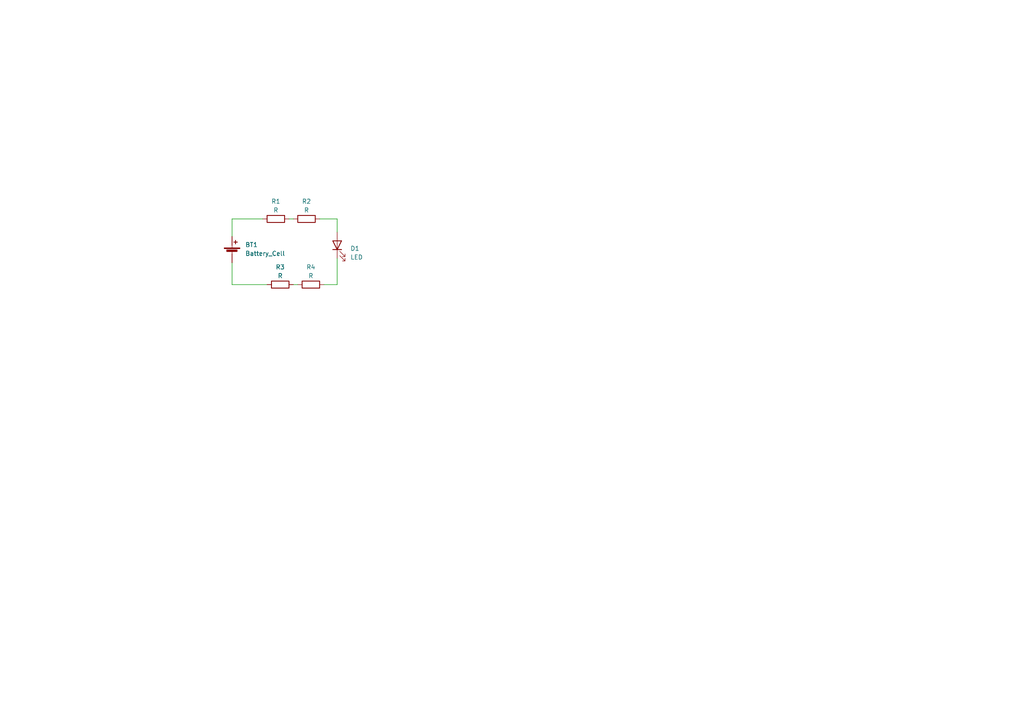
<source format=kicad_sch>
(kicad_sch (version 20230121) (generator eeschema)
  (paper "A4")
  (lib_symbols
    (symbol "Device:Battery_Cell" (pin_numbers hide) (pin_names (offset 0) hide)
      (property "Reference" "BT" (at 2.54 2.54 0))
      (property "Value" "Battery_Cell" (at 2.54 0 0))
      (symbol "Battery_Cell_0_1"
        (rectangle (start -2.286 1.778) (end 2.286 1.524) (fill (type outline)))
        (rectangle (start -1.5748 1.1938) (end 1.4732 0.6858) (fill (type outline)))
        (polyline (pts (xy 0 0.762) (xy 0 0)))
        (polyline (pts (xy 0 1.778) (xy 0 2.54)))
        (polyline (pts (xy 0.508 3.429) (xy 1.524 3.429)) (stroke (width 0.254)))
        (polyline (pts (xy 1.016 3.937) (xy 1.016 2.921)) (stroke (width 0.254)))
      )
      (symbol "Battery_Cell_1_1"
        (pin passive line (at 0 5.08 270) (length 2.54) (name "+") (number "1"))
        (pin passive line (at 0 -2.54 90) (length 2.54) (name "-") (number "2"))
      )
    )
    (symbol "Device:LED" (pin_numbers hide) (pin_names (offset 1.016) hide)
      (property "Reference" "D" (at 0 2.54 0))
      (property "Value" "LED" (at 0 -2.54 0))
      (symbol "LED_0_1"
        (polyline (pts (xy -1.27 -1.27) (xy -1.27 1.27)) (stroke (width 0.254)))
        (polyline (pts (xy -1.27 0) (xy 1.27 0)))
        (polyline (pts (xy 1.27 -1.27) (xy 1.27 1.27) (xy -1.27 0) (xy 1.27 -1.27)) (stroke (width 0.254)))
        (polyline (pts (xy -3.048 -0.762) (xy -4.572 -2.286) (xy -3.81 -2.286) (xy -4.572 -2.286) (xy -4.572 -1.524)))
        (polyline (pts (xy -1.778 -0.762) (xy -3.302 -2.286) (xy -2.54 -2.286) (xy -3.302 -2.286) (xy -3.302 -1.524)))
      )
      (symbol "LED_1_1"
        (pin passive line (at -3.81 0 0) (length 2.54) (name "K") (number "1"))
        (pin passive line (at 3.81 0 180) (length 2.54) (name "A") (number "2"))
      )
    )
    (symbol "Device:R" (pin_numbers hide) (pin_names (offset 0))
      (property "Reference" "R" (at 2.032 0 90))
      (property "Value" "R" (at 0 0 90))
      (symbol "R_0_1"
        (rectangle (start -1.016 -2.54) (end 1.016 2.54) (stroke (width 0.254)))
      )
      (symbol "R_1_1"
        (pin passive line (at 0 3.81 270) (length 1.27) (name "~") (number "1"))
        (pin passive line (at 0 -3.81 90) (length 1.27) (name "~") (number "2"))
      )
    )
  )
  (wire (pts (xy 92.71 63.5) (xy 97.79 63.5)))
  (wire (pts (xy 97.79 74.93) (xy 97.79 82.55)))
  (wire (pts (xy 93.98 82.55) (xy 97.79 82.55)))
  (wire (pts (xy 67.31 63.5) (xy 67.31 68.58)))
  (wire (pts (xy 67.31 76.2) (xy 67.31 82.55)))
  (wire (pts (xy 76.2 63.5) (xy 67.31 63.5)))
  (wire (pts (xy 85.09 82.55) (xy 86.36 82.55)))
  (wire (pts (xy 67.31 82.55) (xy 77.47 82.55)))
  (wire (pts (xy 83.82 63.5) (xy 85.09 63.5)))
  (wire (pts (xy 97.79 63.5) (xy 97.79 67.31)))
  (symbol (lib_id "Device:R") (at 80.01 63.5 90) (unit 1)
    (property "Reference" "R1" (at 80.01 58.42 90))
    (property "Value" "R" (at 80.01 60.96 90))
    (property "Footprint" "Resistor_THT:R_Axial_DIN0204_L3.6mm_D1.6mm_P5.08mm_Horizontal" (effects hide))
  )
  (symbol (lib_id "Device:R") (at 88.9 63.5 90) (unit 1)
    (property "Reference" "R2" (at 88.9 58.42 90))
    (property "Value" "R" (at 88.9 60.96 90))
    (property "Footprint" "Resistor_THT:R_Axial_DIN0204_L3.6mm_D1.6mm_P5.08mm_Horizontal" (effects hide))
  )
  (symbol (lib_id "Device:R") (at 81.28 82.55 90) (unit 1)
    (property "Reference" "R3" (at 81.28 77.47 90))
    (property "Value" "R" (at 81.28 80.01 90))
    (property "Footprint" "Resistor_SMD:R_1812_4532Metric_Pad1.30x3.40mm_HandSolder" (effects hide))
  )
  (symbol (lib_id "Device:LED") (at 97.79 71.12 90) (unit 1)
    (property "Reference" "D1" (at 101.6 72.0725 90) (effects (justify right)))
    (property "Value" "LED" (at 101.6 74.6125 90) (effects (justify right)))
    (property "Footprint" "LED_THT:LED_D5.0mm" (effects hide))
  )
  (symbol (lib_id "Device:Battery_Cell") (at 67.31 73.66 0) (unit 1)
    (property "Reference" "BT1" (at 71.12 70.993 0) (effects (justify left)))
    (property "Value" "Battery_Cell" (at 71.12 73.533 0) (effects (justify left)))
    (property "Footprint" "Connector_PinHeader_1.00mm:PinHeader_1x02_P1.00mm_Vertical" (effects hide))
  )
  (symbol (lib_id "Device:R") (at 90.17 82.55 90) (unit 1)
    (property "Reference" "R4" (at 90.17 77.47 90))
    (property "Value" "R" (at 90.17 80.01 90))
    (property "Footprint" "Resistor_SMD:R_1812_4532Metric_Pad1.30x3.40mm_HandSolder" (effects hide))
  )
)
</source>
